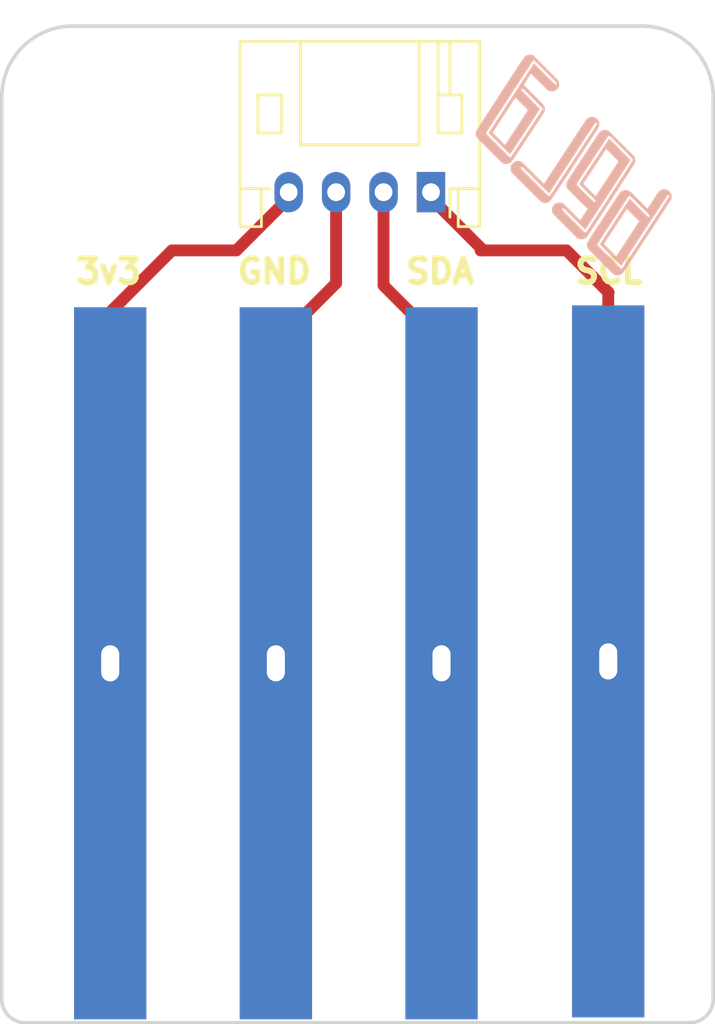
<source format=kicad_pcb>
(kicad_pcb (version 20171130) (host pcbnew "(5.0.0-3-g0214c9d)")

  (general
    (thickness 1.6)
    (drawings 12)
    (tracks 28)
    (zones 0)
    (modules 3)
    (nets 5)
  )

  (page A4)
  (layers
    (0 F.Cu signal)
    (31 B.Cu signal)
    (32 B.Adhes user hide)
    (33 F.Adhes user hide)
    (34 B.Paste user hide)
    (35 F.Paste user hide)
    (36 B.SilkS user)
    (37 F.SilkS user)
    (38 B.Mask user hide)
    (39 F.Mask user)
    (40 Dwgs.User user)
    (41 Cmts.User user)
    (42 Eco1.User user)
    (43 Eco2.User user hide)
    (44 Edge.Cuts user)
    (45 Margin user)
    (46 B.CrtYd user)
    (47 F.CrtYd user)
    (48 B.Fab user)
    (49 F.Fab user)
  )

  (setup
    (last_trace_width 0.25)
    (user_trace_width 0.5)
    (trace_clearance 0.2)
    (zone_clearance 0.508)
    (zone_45_only no)
    (trace_min 0.2)
    (segment_width 0.2)
    (edge_width 0.15)
    (via_size 0.6)
    (via_drill 0.4)
    (via_min_size 0.4)
    (via_min_drill 0.3)
    (uvia_size 0.3)
    (uvia_drill 0.1)
    (uvias_allowed no)
    (uvia_min_size 0.2)
    (uvia_min_drill 0.1)
    (pcb_text_width 0.3)
    (pcb_text_size 1.5 1.5)
    (mod_edge_width 0.15)
    (mod_text_size 1 1)
    (mod_text_width 0.15)
    (pad_size 3.048 30)
    (pad_drill 1.524)
    (pad_to_mask_clearance 0.2)
    (aux_axis_origin 0 0)
    (visible_elements FFFFFF1F)
    (pcbplotparams
      (layerselection 0x01030_80000001)
      (usegerberextensions false)
      (usegerberattributes false)
      (usegerberadvancedattributes false)
      (creategerberjobfile false)
      (excludeedgelayer true)
      (linewidth 0.100000)
      (plotframeref false)
      (viasonmask false)
      (mode 1)
      (useauxorigin false)
      (hpglpennumber 1)
      (hpglpenspeed 20)
      (hpglpendiameter 15.000000)
      (psnegative false)
      (psa4output false)
      (plotreference true)
      (plotvalue true)
      (plotinvisibletext false)
      (padsonsilk false)
      (subtractmaskfromsilk false)
      (outputformat 1)
      (mirror false)
      (drillshape 0)
      (scaleselection 1)
      (outputdirectory "gerbers/"))
  )

  (net 0 "")
  (net 1 "Net-(J1-Pad4)")
  (net 2 "Net-(J1-Pad3)")
  (net 3 "Net-(J1-Pad2)")
  (net 4 "Net-(J1-Pad1)")

  (net_class Default "This is the default net class."
    (clearance 0.2)
    (trace_width 0.25)
    (via_dia 0.6)
    (via_drill 0.4)
    (uvia_dia 0.3)
    (uvia_drill 0.1)
    (add_net "Net-(J1-Pad1)")
    (add_net "Net-(J1-Pad2)")
    (add_net "Net-(J1-Pad3)")
    (add_net "Net-(J1-Pad4)")
  )

  (module paper:paper2equal (layer B.Cu) (tedit 5C581CD3) (tstamp 5C50F3D6)
    (at 145.7325 70.612)
    (path /5C50F53B)
    (fp_text reference J2 (at 0 -0.5) (layer B.SilkS) hide
      (effects (font (size 1 1) (thickness 0.15)) (justify mirror))
    )
    (fp_text value Conn_01x04_Female (at 0 0.5) (layer B.Fab)
      (effects (font (size 1 1) (thickness 0.15)) (justify mirror))
    )
    (pad 3 thru_hole rect (at 3.81 15.24) (size 3.048 30) (drill oval 0.762 1.524) (layers *.Cu *.Mask)
      (net 3 "Net-(J1-Pad2)"))
    (pad 1 thru_hole rect (at -10.16 15.24) (size 3.048 30) (drill oval 0.762 1.524) (layers *.Cu *.Mask)
      (net 1 "Net-(J1-Pad4)"))
    (pad 2 thru_hole rect (at -3.175 15.24) (size 3.048 30) (drill oval 0.762 1.524) (layers *.Cu *.Mask)
      (net 2 "Net-(J1-Pad3)"))
    (pad 4 thru_hole rect (at 10.84 15.16) (size 3.048 30) (drill oval 0.762 1.524) (layers *.Cu *.Mask)
      (net 4 "Net-(J1-Pad1)"))
  )

  (module Connectors_JST:JST_PH_S4B-PH-K_04x2.00mm_Angled (layer F.Cu) (tedit 5C581CC6) (tstamp 5C50F3CE)
    (at 149.098 66 180)
    (descr "JST PH series connector, S4B-PH-K, side entry type, through hole, Datasheet: http://www.jst-mfg.com/product/pdf/eng/ePH.pdf")
    (tags "connector jst ph")
    (path /5C50F320)
    (fp_text reference J1 (at 1.5 -2.45 180) (layer F.SilkS) hide
      (effects (font (size 1 1) (thickness 0.15)))
    )
    (fp_text value Conn_01x04_Female (at 3 7.25 180) (layer F.Fab)
      (effects (font (size 1 1) (thickness 0.15)))
    )
    (fp_text user %R (at 3 2.5 180) (layer F.Fab)
      (effects (font (size 1 1) (thickness 0.15)))
    )
    (fp_line (start 0.5 1.35) (end 0 0.85) (layer F.Fab) (width 0.1))
    (fp_line (start -0.5 1.35) (end 0.5 1.35) (layer F.Fab) (width 0.1))
    (fp_line (start 0 0.85) (end -0.5 1.35) (layer F.Fab) (width 0.1))
    (fp_line (start -0.8 0.15) (end -0.8 -1.05) (layer F.SilkS) (width 0.12))
    (fp_line (start 7.25 0.25) (end -1.25 0.25) (layer F.Fab) (width 0.1))
    (fp_line (start 7.25 -1.35) (end 7.25 0.25) (layer F.Fab) (width 0.1))
    (fp_line (start 7.95 -1.35) (end 7.25 -1.35) (layer F.Fab) (width 0.1))
    (fp_line (start 7.95 6.25) (end 7.95 -1.35) (layer F.Fab) (width 0.1))
    (fp_line (start -1.95 6.25) (end 7.95 6.25) (layer F.Fab) (width 0.1))
    (fp_line (start -1.95 -1.35) (end -1.95 6.25) (layer F.Fab) (width 0.1))
    (fp_line (start -1.25 -1.35) (end -1.95 -1.35) (layer F.Fab) (width 0.1))
    (fp_line (start -1.25 0.25) (end -1.25 -1.35) (layer F.Fab) (width 0.1))
    (fp_line (start 8.45 -1.85) (end -2.45 -1.85) (layer F.CrtYd) (width 0.05))
    (fp_line (start 8.45 6.75) (end 8.45 -1.85) (layer F.CrtYd) (width 0.05))
    (fp_line (start -2.45 6.75) (end 8.45 6.75) (layer F.CrtYd) (width 0.05))
    (fp_line (start -2.45 -1.85) (end -2.45 6.75) (layer F.CrtYd) (width 0.05))
    (fp_line (start -0.8 4.1) (end -0.8 6.35) (layer F.SilkS) (width 0.12))
    (fp_line (start -0.3 4.1) (end -0.3 6.35) (layer F.SilkS) (width 0.12))
    (fp_line (start 6.3 2.5) (end 7.3 2.5) (layer F.SilkS) (width 0.12))
    (fp_line (start 6.3 4.1) (end 6.3 2.5) (layer F.SilkS) (width 0.12))
    (fp_line (start 7.3 4.1) (end 6.3 4.1) (layer F.SilkS) (width 0.12))
    (fp_line (start 7.3 2.5) (end 7.3 4.1) (layer F.SilkS) (width 0.12))
    (fp_line (start -0.3 2.5) (end -1.3 2.5) (layer F.SilkS) (width 0.12))
    (fp_line (start -0.3 4.1) (end -0.3 2.5) (layer F.SilkS) (width 0.12))
    (fp_line (start -1.3 4.1) (end -0.3 4.1) (layer F.SilkS) (width 0.12))
    (fp_line (start -1.3 2.5) (end -1.3 4.1) (layer F.SilkS) (width 0.12))
    (fp_line (start 8.05 0.15) (end 7.15 0.15) (layer F.SilkS) (width 0.12))
    (fp_line (start -2.05 0.15) (end -1.15 0.15) (layer F.SilkS) (width 0.12))
    (fp_line (start 7.15 0.15) (end 6.8 0.15) (layer F.SilkS) (width 0.12))
    (fp_line (start 7.15 -1.45) (end 7.15 0.15) (layer F.SilkS) (width 0.12))
    (fp_line (start 8.05 -1.45) (end 7.15 -1.45) (layer F.SilkS) (width 0.12))
    (fp_line (start 8.05 6.35) (end 8.05 -1.45) (layer F.SilkS) (width 0.12))
    (fp_line (start -2.05 6.35) (end 8.05 6.35) (layer F.SilkS) (width 0.12))
    (fp_line (start -2.05 -1.45) (end -2.05 6.35) (layer F.SilkS) (width 0.12))
    (fp_line (start -1.15 -1.45) (end -2.05 -1.45) (layer F.SilkS) (width 0.12))
    (fp_line (start -1.15 0.15) (end -1.15 -1.45) (layer F.SilkS) (width 0.12))
    (fp_line (start -0.8 0.15) (end -1.15 0.15) (layer F.SilkS) (width 0.12))
    (fp_line (start 5.5 2) (end 5.5 6.35) (layer F.SilkS) (width 0.12))
    (fp_line (start 0.5 2) (end 5.5 2) (layer F.SilkS) (width 0.12))
    (fp_line (start 0.5 6.35) (end 0.5 2) (layer F.SilkS) (width 0.12))
    (pad 4 thru_hole oval (at 6 0 180) (size 1.2 1.7) (drill 0.75) (layers *.Cu *.Mask)
      (net 1 "Net-(J1-Pad4)"))
    (pad 3 thru_hole oval (at 4 0 180) (size 1.2 1.7) (drill 0.75) (layers *.Cu *.Mask)
      (net 2 "Net-(J1-Pad3)"))
    (pad 2 thru_hole oval (at 2 0 180) (size 1.2 1.7) (drill 0.75) (layers *.Cu *.Mask)
      (net 3 "Net-(J1-Pad2)"))
    (pad 1 thru_hole rect (at 0 0 180) (size 1.2 1.7) (drill 0.75) (layers *.Cu *.Mask)
      (net 4 "Net-(J1-Pad1)"))
    (model ${KISYS3DMOD}/Connectors_JST.3dshapes/JST_PH_S4B-PH-K_04x2.00mm_Angled.wrl
      (at (xyz 0 0 0))
      (scale (xyz 1 1 1))
      (rotate (xyz 0 0 0))
    )
  )

  (module paper:Bela_logo (layer B.Cu) (tedit 0) (tstamp 5C581C35)
    (at 155.067 64.897 135)
    (fp_text reference G*** (at 0 0 135) (layer B.SilkS) hide
      (effects (font (size 1.524 1.524) (thickness 0.3)) (justify mirror))
    )
    (fp_text value LOGO (at 0.75 0 135) (layer B.SilkS) hide
      (effects (font (size 1.524 1.524) (thickness 0.3)) (justify mirror))
    )
    (fp_poly (pts (xy 4.509387 2.101396) (xy 4.540036 2.082716) (xy 4.572855 2.057078) (xy 4.595144 2.035933)
      (xy 4.637322 1.982523) (xy 4.664833 1.926068) (xy 4.678882 1.863906) (xy 4.680417 1.847375)
      (xy 4.680695 1.840287) (xy 4.680533 1.831758) (xy 4.679808 1.821186) (xy 4.678399 1.807965)
      (xy 4.676182 1.791493) (xy 4.673035 1.771164) (xy 4.668836 1.746375) (xy 4.663461 1.716522)
      (xy 4.656787 1.681) (xy 4.648693 1.639207) (xy 4.639056 1.590538) (xy 4.627753 1.534388)
      (xy 4.614661 1.470154) (xy 4.599658 1.397233) (xy 4.582621 1.315019) (xy 4.563427 1.222909)
      (xy 4.541955 1.120299) (xy 4.51808 1.006585) (xy 4.491681 0.881164) (xy 4.462635 0.74343)
      (xy 4.430819 0.59278) (xy 4.396111 0.42861) (xy 4.358388 0.250316) (xy 4.317527 0.057295)
      (xy 4.303554 -0.008695) (xy 4.255159 -0.23705) (xy 4.209959 -0.449922) (xy 4.167942 -0.647376)
      (xy 4.129092 -0.829476) (xy 4.093397 -0.996288) (xy 4.060841 -1.147876) (xy 4.031411 -1.284304)
      (xy 4.005093 -1.405637) (xy 3.981873 -1.51194) (xy 3.961736 -1.603277) (xy 3.944669 -1.679713)
      (xy 3.930658 -1.741312) (xy 3.919689 -1.788138) (xy 3.911747 -1.820258) (xy 3.906819 -1.837734)
      (xy 3.905692 -1.840631) (xy 3.873146 -1.889827) (xy 3.829487 -1.934396) (xy 3.795611 -1.959608)
      (xy 3.783166 -1.967603) (xy 3.771581 -1.97467) (xy 3.759846 -1.980865) (xy 3.746955 -1.986244)
      (xy 3.731897 -1.990863) (xy 3.713664 -1.994779) (xy 3.691248 -1.998048) (xy 3.66364 -2.000725)
      (xy 3.629831 -2.002867) (xy 3.588813 -2.00453) (xy 3.539576 -2.00577) (xy 3.481113 -2.006644)
      (xy 3.412415 -2.007207) (xy 3.332472 -2.007516) (xy 3.240277 -2.007626) (xy 3.13482 -2.007594)
      (xy 3.015093 -2.007477) (xy 2.937191 -2.00739) (xy 2.830497 -2.007197) (xy 2.727878 -2.006866)
      (xy 2.630507 -2.006408) (xy 2.539556 -2.005836) (xy 2.456196 -2.005161) (xy 2.381602 -2.004396)
      (xy 2.316944 -2.003552) (xy 2.263394 -2.002643) (xy 2.222126 -2.001679) (xy 2.194311 -2.000674)
      (xy 2.181122 -1.999638) (xy 2.180795 -1.999569) (xy 2.118455 -1.977022) (xy 2.063377 -1.941355)
      (xy 2.017066 -1.894243) (xy 1.981024 -1.837362) (xy 1.956757 -1.772385) (xy 1.950434 -1.74306)
      (xy 1.949276 -1.736021) (xy 1.948379 -1.728886) (xy 1.947883 -1.720904) (xy 1.947932 -1.711325)
      (xy 1.948666 -1.699398) (xy 1.950229 -1.684375) (xy 1.952761 -1.665504) (xy 1.956405 -1.642036)
      (xy 1.961303 -1.613221) (xy 1.966288 -1.585569) (xy 2.102972 -1.585569) (xy 2.103378 -1.587389)
      (xy 2.116574 -1.603919) (xy 2.125362 -1.610731) (xy 2.136118 -1.612312) (xy 2.162553 -1.613732)
      (xy 2.204471 -1.614988) (xy 2.261676 -1.616079) (xy 2.333973 -1.617001) (xy 2.421167 -1.617753)
      (xy 2.523061 -1.618332) (xy 2.639461 -1.618736) (xy 2.77017 -1.618963) (xy 2.838761 -1.619008)
      (xy 2.960471 -1.619035) (xy 3.067301 -1.619015) (xy 3.160244 -1.618928) (xy 3.240293 -1.618756)
      (xy 3.308444 -1.61848) (xy 3.365689 -1.61808) (xy 3.413023 -1.617537) (xy 3.451441 -1.616834)
      (xy 3.481935 -1.615951) (xy 3.5055 -1.614868) (xy 3.52313 -1.613567) (xy 3.535818 -1.612029)
      (xy 3.54456 -1.610236) (xy 3.550348 -1.608167) (xy 3.554177 -1.605804) (xy 3.55472 -1.605359)
      (xy 3.556935 -1.602018) (xy 3.559842 -1.594865) (xy 3.563564 -1.583336) (xy 3.568225 -1.566868)
      (xy 3.573948 -1.544897) (xy 3.580856 -1.516858) (xy 3.589072 -1.48219) (xy 3.598721 -1.440327)
      (xy 3.609925 -1.390706) (xy 3.622808 -1.332764) (xy 3.637494 -1.265937) (xy 3.654105 -1.189661)
      (xy 3.672765 -1.103373) (xy 3.693597 -1.006508) (xy 3.716725 -0.898504) (xy 3.742272 -0.778796)
      (xy 3.770362 -0.646822) (xy 3.801118 -0.502017) (xy 3.834663 -0.343817) (xy 3.871121 -0.171659)
      (xy 3.910614 0.01502) (xy 3.944537 0.175476) (xy 3.979343 0.340227) (xy 4.013272 0.500971)
      (xy 4.046178 0.65701) (xy 4.077915 0.807646) (xy 4.108335 0.952181) (xy 4.137294 1.089917)
      (xy 4.164646 1.220156) (xy 4.190243 1.342199) (xy 4.21394 1.45535) (xy 4.235591 1.558908)
      (xy 4.25505 1.652178) (xy 4.27217 1.73446) (xy 4.286805 1.805057) (xy 4.29881 1.86327)
      (xy 4.308038 1.908401) (xy 4.314343 1.939753) (xy 4.317578 1.956626) (xy 4.318 1.959429)
      (xy 4.312574 1.977632) (xy 4.302125 1.992313) (xy 4.299026 1.995117) (xy 4.295025 1.99757)
      (xy 4.289102 1.999695) (xy 4.280239 2.001515) (xy 4.267417 2.003055) (xy 4.249615 2.004338)
      (xy 4.225816 2.005388) (xy 4.195 2.006226) (xy 4.156147 2.006879) (xy 4.10824 2.007368)
      (xy 4.050258 2.007717) (xy 3.981183 2.00795) (xy 3.899995 2.00809) (xy 3.805676 2.00816)
      (xy 3.697206 2.008185) (xy 3.613328 2.008188) (xy 3.491068 2.008205) (xy 3.383716 2.008208)
      (xy 3.290306 2.008129) (xy 3.209871 2.007897) (xy 3.141444 2.007445) (xy 3.084059 2.006702)
      (xy 3.036748 2.005599) (xy 2.998546 2.004066) (xy 2.968486 2.002035) (xy 2.945601 1.999436)
      (xy 2.928924 1.996199) (xy 2.917488 1.992256) (xy 2.910328 1.987536) (xy 2.906477 1.981971)
      (xy 2.904967 1.975491) (xy 2.904832 1.968027) (xy 2.905105 1.95951) (xy 2.905125 1.957374)
      (xy 2.904851 1.948085) (xy 2.904695 1.939965) (xy 2.905655 1.932932) (xy 2.908728 1.926906)
      (xy 2.91491 1.921804) (xy 2.925201 1.917544) (xy 2.940596 1.914046) (xy 2.962094 1.911228)
      (xy 2.990693 1.909008) (xy 3.027388 1.907304) (xy 3.073179 1.906035) (xy 3.129061 1.905119)
      (xy 3.196034 1.904474) (xy 3.275094 1.90402) (xy 3.367238 1.903673) (xy 3.473465 1.903354)
      (xy 3.568884 1.903064) (xy 4.203717 1.901032) (xy 3.480933 -1.516062) (xy 2.847748 -1.516062)
      (xy 2.728291 -1.516015) (xy 2.623846 -1.515867) (xy 2.533548 -1.515602) (xy 2.456534 -1.515208)
      (xy 2.391941 -1.514672) (xy 2.338903 -1.513979) (xy 2.296559 -1.513116) (xy 2.264043 -1.51207)
      (xy 2.240493 -1.510827) (xy 2.225045 -1.509374) (xy 2.216835 -1.507696) (xy 2.214898 -1.50614)
      (xy 2.216508 -1.497333) (xy 2.221139 -1.473857) (xy 2.228611 -1.436595) (xy 2.238211 -1.389062)
      (xy 2.633529 -1.389062) (xy 3.378706 -1.389062) (xy 3.427871 -1.15689) (xy 3.437533 -1.111254)
      (xy 3.450101 -1.051879) (xy 3.465194 -0.980559) (xy 3.482434 -0.899087) (xy 3.501441 -0.809256)
      (xy 3.521836 -0.712858) (xy 3.543239 -0.611687) (xy 3.565272 -0.507537) (xy 3.587554 -0.402199)
      (xy 3.609707 -0.297467) (xy 3.610507 -0.293687) (xy 3.743976 0.337344) (xy 3.370667 0.339407)
      (xy 3.295161 0.3397) (xy 3.224544 0.339731) (xy 3.160397 0.33952) (xy 3.104298 0.33908)
      (xy 3.057826 0.338431) (xy 3.022561 0.337587) (xy 3.000081 0.336565) (xy 2.992001 0.335439)
      (xy 2.989721 0.327005) (xy 2.984487 0.304026) (xy 2.976511 0.267512) (xy 2.966004 0.218475)
      (xy 2.953177 0.157925) (xy 2.938244 0.086873) (xy 2.921415 0.006329) (xy 2.902902 -0.082694)
      (xy 2.882917 -0.179188) (xy 2.861672 -0.28214) (xy 2.839378 -0.39054) (xy 2.816247 -0.503377)
      (xy 2.814489 -0.511968) (xy 2.791279 -0.625369) (xy 2.768909 -0.734599) (xy 2.747592 -0.838629)
      (xy 2.727537 -0.93643) (xy 2.708958 -1.026971) (xy 2.692065 -1.109225) (xy 2.67707 -1.18216)
      (xy 2.664185 -1.244748) (xy 2.653621 -1.29596) (xy 2.645589 -1.334765) (xy 2.640302 -1.360134)
      (xy 2.63797 -1.371038) (xy 2.637931 -1.371203) (xy 2.633529 -1.389062) (xy 2.238211 -1.389062)
      (xy 2.238744 -1.386426) (xy 2.251359 -1.324233) (xy 2.266276 -1.250895) (xy 2.283314 -1.167294)
      (xy 2.302296 -1.074312) (xy 2.32304 -0.972828) (xy 2.345367 -0.863724) (xy 2.369098 -0.747881)
      (xy 2.394053 -0.626181) (xy 2.420051 -0.499503) (xy 2.443577 -0.384968) (xy 2.67192 0.726282)
      (xy 3.233664 0.73025) (xy 3.341664 0.731026) (xy 3.4349 0.73174) (xy 3.514482 0.732432)
      (xy 3.581522 0.733139) (xy 3.637129 0.733897) (xy 3.682415 0.734746) (xy 3.718491 0.735722)
      (xy 3.746466 0.736863) (xy 3.767452 0.738206) (xy 3.782559 0.73979) (xy 3.792898 0.741651)
      (xy 3.799579 0.743827) (xy 3.803714 0.746356) (xy 3.806412 0.749275) (xy 3.806673 0.749627)
      (xy 3.817076 0.775617) (xy 3.812977 0.801898) (xy 3.802062 0.817563) (xy 3.798738 0.820559)
      (xy 3.79445 0.823152) (xy 3.788099 0.825372) (xy 3.778587 0.827247) (xy 3.764817 0.828807)
      (xy 3.74569 0.83008) (xy 3.720109 0.831095) (xy 3.686975 0.831882) (xy 3.645191 0.83247)
      (xy 3.593659 0.832887) (xy 3.531281 0.833164) (xy 3.456959 0.833328) (xy 3.369595 0.833409)
      (xy 3.268092 0.833436) (xy 3.202259 0.833438) (xy 3.077425 0.833326) (xy 2.966579 0.832993)
      (xy 2.869968 0.832443) (xy 2.787838 0.831677) (xy 2.720433 0.830701) (xy 2.668001 0.829516)
      (xy 2.630787 0.828127) (xy 2.609036 0.826537) (xy 2.603247 0.825366) (xy 2.591408 0.812698)
      (xy 2.581671 0.791894) (xy 2.580441 0.787662) (xy 2.577981 0.776585) (xy 2.572521 0.750835)
      (xy 2.564241 0.711291) (xy 2.553323 0.658833) (xy 2.539948 0.594342) (xy 2.524299 0.518695)
      (xy 2.506556 0.432774) (xy 2.486901 0.337458) (xy 2.465516 0.233626) (xy 2.442582 0.122159)
      (xy 2.41828 0.003935) (xy 2.392792 -0.120166) (xy 2.366299 -0.249263) (xy 2.338983 -0.382478)
      (xy 2.333952 -0.407026) (xy 2.300023 -0.572752) (xy 2.26923 -0.723518) (xy 2.241462 -0.859903)
      (xy 2.216605 -0.982486) (xy 2.194547 -1.091847) (xy 2.175173 -1.188564) (xy 2.158371 -1.273215)
      (xy 2.144028 -1.346381) (xy 2.13203 -1.40864) (xy 2.122265 -1.460571) (xy 2.11462 -1.502753)
      (xy 2.108981 -1.535765) (xy 2.105235 -1.560185) (xy 2.10327 -1.576593) (xy 2.102972 -1.585569)
      (xy 1.966288 -1.585569) (xy 1.967597 -1.578308) (xy 1.975429 -1.536548) (xy 1.98494 -1.487191)
      (xy 1.996274 -1.429486) (xy 2.009571 -1.362684) (xy 2.024974 -1.286034) (xy 2.042624 -1.198786)
      (xy 2.062664 -1.10019) (xy 2.085236 -0.989497) (xy 2.110482 -0.865956) (xy 2.138543 -0.728817)
      (xy 2.169562 -0.57733) (xy 2.18984 -0.478323) (xy 2.227365 -0.295377) (xy 2.261863 -0.127758)
      (xy 2.293387 0.02478) (xy 2.321988 0.162486) (xy 2.347721 0.285604) (xy 2.370636 0.394383)
      (xy 2.390787 0.489068) (xy 2.408226 0.569906) (xy 2.423005 0.637144) (xy 2.435179 0.691029)
      (xy 2.444798 0.731807) (xy 2.451915 0.759725) (xy 2.456583 0.77503) (xy 2.457216 0.776573)
      (xy 2.490276 0.835075) (xy 2.531603 0.880916) (xy 2.56219 0.903835) (xy 2.57678 0.91335)
      (xy 2.589654 0.92164) (xy 2.601959 0.928797) (xy 2.614838 0.934912) (xy 2.629439 0.940075)
      (xy 2.646905 0.944378) (xy 2.668383 0.947911) (xy 2.695018 0.950766) (xy 2.727955 0.953033)
      (xy 2.76834 0.954804) (xy 2.817318 0.95617) (xy 2.876034 0.957221) (xy 2.945634 0.95805)
      (xy 3.027263 0.958745) (xy 3.122068 0.9594) (xy 3.231192 0.960104) (xy 3.273805 0.960385)
      (xy 3.876642 0.964407) (xy 3.934203 1.234282) (xy 3.947677 1.297561) (xy 3.960054 1.355893)
      (xy 3.970952 1.407465) (xy 3.97999 1.450464) (xy 3.986787 1.483078) (xy 3.990962 1.503495)
      (xy 3.992163 1.509886) (xy 3.984517 1.510912) (xy 3.962321 1.511946) (xy 3.926898 1.512969)
      (xy 3.879573 1.513958) (xy 3.821671 1.514894) (xy 3.754515 1.515757) (xy 3.679431 1.516524)
      (xy 3.597743 1.517176) (xy 3.510774 1.517693) (xy 3.482578 1.517823) (xy 2.972593 1.520032)
      (xy 2.92507 1.543365) (xy 2.867919 1.579313) (xy 2.822108 1.62415) (xy 2.787656 1.675883)
      (xy 2.764582 1.732522) (xy 2.752904 1.792076) (xy 2.752642 1.852553) (xy 2.763813 1.911964)
      (xy 2.786437 1.968315) (xy 2.820532 2.019618) (xy 2.866116 2.06388) (xy 2.919861 2.097485)
      (xy 2.972262 2.123282) (xy 4.464843 2.123282) (xy 4.509387 2.101396)) (layer B.SilkS) (width 0.01))
    (fp_poly (pts (xy 0.721186 2.124732) (xy 0.746706 2.119752) (xy 0.772178 2.111367) (xy 0.834119 2.080177)
      (xy 0.885948 2.037654) (xy 0.926467 1.985504) (xy 0.954475 1.925429) (xy 0.968776 1.859135)
      (xy 0.970408 1.829594) (xy 0.969843 1.81979) (xy 0.96795 1.804156) (xy 0.964618 1.78214)
      (xy 0.959735 1.753187) (xy 0.953192 1.716747) (xy 0.944877 1.672264) (xy 0.934679 1.619187)
      (xy 0.922487 1.556963) (xy 0.908192 1.485038) (xy 0.891681 1.40286) (xy 0.872843 1.309875)
      (xy 0.851569 1.205531) (xy 0.827747 1.089275) (xy 0.801266 0.960553) (xy 0.772016 0.818813)
      (xy 0.739885 0.663502) (xy 0.704763 0.494067) (xy 0.666539 0.309955) (xy 0.644189 0.202407)
      (xy 0.611927 0.047162) (xy 0.580536 -0.103985) (xy 0.550169 -0.250296) (xy 0.520978 -0.391033)
      (xy 0.493116 -0.525459) (xy 0.466735 -0.652836) (xy 0.441987 -0.772427) (xy 0.419026 -0.883493)
      (xy 0.398002 -0.985296) (xy 0.379069 -1.0771) (xy 0.362379 -1.158166) (xy 0.348085 -1.227757)
      (xy 0.336338 -1.285135) (xy 0.327292 -1.329562) (xy 0.321098 -1.3603) (xy 0.317909 -1.376612)
      (xy 0.317489 -1.37914) (xy 0.320469 -1.381007) (xy 0.329978 -1.38264) (xy 0.346877 -1.384052)
      (xy 0.372028 -1.385258) (xy 0.406291 -1.38627) (xy 0.450528 -1.387102) (xy 0.505599 -1.387767)
      (xy 0.572365 -1.388279) (xy 0.651688 -1.388651) (xy 0.744428 -1.388896) (xy 0.851446 -1.389028)
      (xy 0.954801 -1.389062) (xy 1.07505 -1.38907) (xy 1.180514 -1.389136) (xy 1.272286 -1.389322)
      (xy 1.351454 -1.389692) (xy 1.419111 -1.390309) (xy 1.476346 -1.391236) (xy 1.52425 -1.392535)
      (xy 1.563915 -1.39427) (xy 1.596431 -1.396504) (xy 1.622888 -1.399299) (xy 1.644378 -1.402719)
      (xy 1.661991 -1.406827) (xy 1.676818 -1.411685) (xy 1.689949 -1.417356) (xy 1.702476 -1.423904)
      (xy 1.715489 -1.431392) (xy 1.7185 -1.433156) (xy 1.761727 -1.465609) (xy 1.801671 -1.508728)
      (xy 1.833753 -1.557357) (xy 1.840226 -1.570234) (xy 1.850036 -1.592978) (xy 1.856265 -1.613791)
      (xy 1.859699 -1.637452) (xy 1.861122 -1.668741) (xy 1.861343 -1.698791) (xy 1.861003 -1.737402)
      (xy 1.85936 -1.765045) (xy 1.855477 -1.786626) (xy 1.848422 -1.807048) (xy 1.837257 -1.831216)
      (xy 1.835355 -1.835092) (xy 1.801874 -1.887926) (xy 1.757967 -1.934374) (xy 1.707503 -1.97076)
      (xy 1.67677 -1.985798) (xy 1.631156 -2.004218) (xy 0.758031 -2.005846) (xy 0.62115 -2.006091)
      (xy 0.499225 -2.006277) (xy 0.391339 -2.006391) (xy 0.296574 -2.006421) (xy 0.214011 -2.006354)
      (xy 0.142731 -2.006176) (xy 0.081817 -2.005876) (xy 0.030351 -2.00544) (xy -0.012586 -2.004855)
      (xy -0.047912 -2.004109) (xy -0.076545 -2.003189) (xy -0.099404 -2.002082) (xy -0.117406 -2.000775)
      (xy -0.131469 -1.999256) (xy -0.142513 -1.997511) (xy -0.151455 -1.995528) (xy -0.159213 -1.993293)
      (xy -0.160049 -1.993027) (xy -0.224356 -1.964634) (xy -0.278428 -1.924755) (xy -0.321208 -1.874748)
      (xy -0.351638 -1.815969) (xy -0.368661 -1.749776) (xy -0.371463 -1.721804) (xy -0.371686 -1.714337)
      (xy -0.371471 -1.705405) (xy -0.370696 -1.694403) (xy -0.369242 -1.680721) (xy -0.366988 -1.663753)
      (xy -0.363813 -1.642892) (xy -0.359596 -1.61753) (xy -0.354217 -1.58706) (xy -0.352068 -1.575384)
      (xy -0.220623 -1.575384) (xy -0.211681 -1.598703) (xy -0.198438 -1.60903) (xy -0.191925 -1.610711)
      (xy -0.178935 -1.612207) (xy -0.158699 -1.613529) (xy -0.130446 -1.614684) (xy -0.09341 -1.615682)
      (xy -0.046819 -1.616532) (xy 0.010093 -1.617244) (xy 0.078098 -1.617827) (xy 0.157963 -1.61829)
      (xy 0.250458 -1.618642) (xy 0.356352 -1.618893) (xy 0.476413 -1.619051) (xy 0.611412 -1.619126)
      (xy 0.643155 -1.619132) (xy 0.776557 -1.619132) (xy 0.894984 -1.619083) (xy 0.999332 -1.618971)
      (xy 1.090502 -1.618784) (xy 1.169393 -1.618508) (xy 1.236902 -1.61813) (xy 1.293929 -1.617637)
      (xy 1.341372 -1.617017) (xy 1.380131 -1.616255) (xy 1.411104 -1.61534) (xy 1.435189 -1.614257)
      (xy 1.453287 -1.612994) (xy 1.466295 -1.611537) (xy 1.475112 -1.609874) (xy 1.480637 -1.607991)
      (xy 1.482546 -1.606893) (xy 1.496838 -1.589038) (xy 1.500187 -1.567773) (xy 1.500553 -1.559424)
      (xy 1.501054 -1.552022) (xy 1.500794 -1.545509) (xy 1.498875 -1.539828) (xy 1.494401 -1.534924)
      (xy 1.486477 -1.53074) (xy 1.474204 -1.527219) (xy 1.456688 -1.524304) (xy 1.43303 -1.521938)
      (xy 1.402336 -1.520066) (xy 1.363708 -1.51863) (xy 1.31625 -1.517574) (xy 1.259065 -1.516842)
      (xy 1.191257 -1.516375) (xy 1.111929 -1.516119) (xy 1.020185 -1.516016) (xy 0.915129 -1.51601)
      (xy 0.795863 -1.516044) (xy 0.681523 -1.516062) (xy 0.551641 -1.516051) (xy 0.436728 -1.516008)
      (xy 0.335877 -1.515917) (xy 0.248179 -1.515762) (xy 0.17273 -1.515527) (xy 0.10862 -1.515196)
      (xy 0.054945 -1.514753) (xy 0.010797 -1.514182) (xy -0.024731 -1.513467) (xy -0.052546 -1.512592)
      (xy -0.073555 -1.511541) (xy -0.088664 -1.510299) (xy -0.098781 -1.508849) (xy -0.104811 -1.507176)
      (xy -0.107663 -1.505263) (xy -0.108243 -1.503094) (xy -0.108048 -1.502171) (xy -0.106066 -1.493192)
      (xy -0.101009 -1.469373) (xy -0.093025 -1.431422) (xy -0.082259 -1.380043) (xy -0.06886 -1.315942)
      (xy -0.052974 -1.239826) (xy -0.034748 -1.152401) (xy -0.014328 -1.054371) (xy 0.008138 -0.946442)
      (xy 0.032504 -0.829322) (xy 0.058622 -0.703715) (xy 0.086345 -0.570326) (xy 0.115528 -0.429863)
      (xy 0.146022 -0.283031) (xy 0.177681 -0.130535) (xy 0.210358 0.026919) (xy 0.243906 0.188624)
      (xy 0.254073 0.237641) (xy 0.612046 1.963564) (xy 0.596941 1.983891) (xy 0.580079 1.999216)
      (xy 0.56216 2.006599) (xy 0.557139 2.007526) (xy 0.55255 2.008639) (xy 0.548259 2.009353)
      (xy 0.544128 2.009081) (xy 0.540019 2.007238) (xy 0.535796 2.003239) (xy 0.531322 1.996498)
      (xy 0.526461 1.986429) (xy 0.521074 1.972446) (xy 0.515026 1.953965) (xy 0.50818 1.9304)
      (xy 0.500397 1.901164) (xy 0.491543 1.865673) (xy 0.481479 1.82334) (xy 0.470069 1.773581)
      (xy 0.457175 1.715809) (xy 0.442662 1.649439) (xy 0.426392 1.573886) (xy 0.408227 1.488563)
      (xy 0.388032 1.392885) (xy 0.36567 1.286267) (xy 0.341002 1.168124) (xy 0.313894 1.037868)
      (xy 0.284206 0.894915) (xy 0.251804 0.73868) (xy 0.216549 0.568576) (xy 0.178305 0.384018)
      (xy 0.143137 0.214341) (xy 0.108993 0.049475) (xy 0.075729 -0.111433) (xy 0.04349 -0.26768)
      (xy 0.012418 -0.418566) (xy -0.017344 -0.563386) (xy -0.045653 -0.701438) (xy -0.072367 -0.83202)
      (xy -0.097343 -0.95443) (xy -0.120437 -1.067965) (xy -0.141508 -1.171922) (xy -0.160413 -1.265598)
      (xy -0.177008 -1.348293) (xy -0.191151 -1.419302) (xy -0.202699 -1.477924) (xy -0.211509 -1.523455)
      (xy -0.217439 -1.555195) (xy -0.220346 -1.572439) (xy -0.220623 -1.575384) (xy -0.352068 -1.575384)
      (xy -0.347555 -1.550875) (xy -0.33949 -1.508368) (xy -0.3299 -1.458931) (xy -0.318666 -1.401958)
      (xy -0.305666 -1.33684) (xy -0.290779 -1.262971) (xy -0.273886 -1.179743) (xy -0.254865 -1.08655)
      (xy -0.233595 -0.982783) (xy -0.209957 -0.867836) (xy -0.183829 -0.741102) (xy -0.155091 -0.601973)
      (xy -0.123622 -0.449841) (xy -0.089301 -0.284101) (xy -0.052008 -0.104144) (xy -0.011622 0.090637)
      (xy -0.003917 0.127791) (xy 0.040623 0.342411) (xy 0.082071 0.541837) (xy 0.120506 0.726427)
      (xy 0.156003 0.896543) (xy 0.188639 1.052544) (xy 0.218492 1.194792) (xy 0.245638 1.323646)
      (xy 0.270153 1.439468) (xy 0.292116 1.542616) (xy 0.311602 1.633452) (xy 0.328689 1.712336)
      (xy 0.343454 1.779629) (xy 0.355973 1.83569) (xy 0.366323 1.880881) (xy 0.374581 1.915561)
      (xy 0.380824 1.940091) (xy 0.385129 1.954831) (xy 0.386605 1.958701) (xy 0.416542 2.007082)
      (xy 0.457929 2.051678) (xy 0.506353 2.088078) (xy 0.527843 2.099916) (xy 0.554135 2.111669)
      (xy 0.578391 2.119078) (xy 0.606264 2.123339) (xy 0.64341 2.125646) (xy 0.650875 2.125924)
      (xy 0.691112 2.126565) (xy 0.721186 2.124732)) (layer B.SilkS) (width 0.01))
    (fp_poly (pts (xy 0.026414 2.099863) (xy 0.071586 2.070603) (xy 0.113872 2.031598) (xy 0.149176 1.987283)
      (xy 0.173404 1.942095) (xy 0.174387 1.939533) (xy 0.179026 1.927519) (xy 0.183256 1.916648)
      (xy 0.186952 1.906165) (xy 0.189992 1.895317) (xy 0.192249 1.883349) (xy 0.193602 1.869508)
      (xy 0.193925 1.85304) (xy 0.193095 1.833191) (xy 0.190987 1.809207) (xy 0.187478 1.780333)
      (xy 0.182444 1.745817) (xy 0.17576 1.704904) (xy 0.167303 1.65684) (xy 0.156948 1.600872)
      (xy 0.144572 1.536245) (xy 0.130051 1.462205) (xy 0.11326 1.377999) (xy 0.094076 1.282872)
      (xy 0.072375 1.176071) (xy 0.048032 1.056842) (xy 0.020924 0.924431) (xy -0.009073 0.778083)
      (xy -0.042084 0.617045) (xy -0.047351 0.591344) (xy -0.08108 0.42685) (xy -0.111815 0.277216)
      (xy -0.139707 0.141744) (xy -0.164907 0.019733) (xy -0.187565 -0.089514) (xy -0.207832 -0.186699)
      (xy -0.225859 -0.27252) (xy -0.241797 -0.347677) (xy -0.255796 -0.412869) (xy -0.268008 -0.468797)
      (xy -0.278583 -0.516158) (xy -0.287671 -0.555653) (xy -0.295424 -0.587981) (xy -0.301993 -0.613843)
      (xy -0.307527 -0.633936) (xy -0.312179 -0.648961) (xy -0.316098 -0.659617) (xy -0.317873 -0.663614)
      (xy -0.350447 -0.714982) (xy -0.394809 -0.761087) (xy -0.446926 -0.798011) (xy -0.466582 -0.808195)
      (xy -0.511969 -0.829468) (xy -1.067594 -0.831896) (xy -1.176255 -0.832342) (xy -1.27023 -0.832648)
      (xy -1.350705 -0.832793) (xy -1.41887 -0.832756) (xy -1.475912 -0.832514) (xy -1.523019 -0.832048)
      (xy -1.561378 -0.831334) (xy -1.592179 -0.830353) (xy -1.616608 -0.829082) (xy -1.635853 -0.827501)
      (xy -1.651103 -0.825587) (xy -1.663545 -0.82332) (xy -1.673176 -0.820999) (xy -1.698975 -0.814618)
      (xy -1.717791 -0.810907) (xy -1.725347 -0.810633) (xy -1.727426 -0.818815) (xy -1.732356 -0.840774)
      (xy -1.739757 -0.874745) (xy -1.749252 -0.918965) (xy -1.76046 -0.971668) (xy -1.773003 -1.031089)
      (xy -1.785653 -1.091406) (xy -1.799181 -1.155889) (xy -1.811798 -1.215626) (xy -1.823111 -1.268793)
      (xy -1.83273 -1.313566) (xy -1.840262 -1.348121) (xy -1.845317 -1.370634) (xy -1.847441 -1.37914)
      (xy -1.845269 -1.381252) (xy -1.836414 -1.383063) (xy -1.819895 -1.384593) (xy -1.794737 -1.385863)
      (xy -1.759963 -1.386892) (xy -1.714593 -1.3877) (xy -1.657652 -1.388309) (xy -1.588161 -1.388738)
      (xy -1.505143 -1.389008) (xy -1.407621 -1.389138) (xy -1.364115 -1.389156) (xy -1.259121 -1.389199)
      (xy -1.168726 -1.389345) (xy -1.091652 -1.389685) (xy -1.026625 -1.390309) (xy -0.972368 -1.39131)
      (xy -0.927604 -1.392778) (xy -0.891057 -1.394804) (xy -0.861451 -1.397479) (xy -0.83751 -1.400894)
      (xy -0.817957 -1.40514) (xy -0.801516 -1.410309) (xy -0.78691 -1.416491) (xy -0.772864 -1.423777)
      (xy -0.758101 -1.432258) (xy -0.757859 -1.4324) (xy -0.703631 -1.472484) (xy -0.66152 -1.5207)
      (xy -0.631426 -1.575048) (xy -0.613245 -1.633527) (xy -0.606876 -1.694136) (xy -0.612217 -1.754875)
      (xy -0.629166 -1.813742) (xy -0.65762 -1.868737) (xy -0.697478 -1.917859) (xy -0.748637 -1.959107)
      (xy -0.78579 -1.979756) (xy -0.837407 -2.004218) (xy -1.55575 -2.005508) (xy -1.664645 -2.005625)
      (xy -1.768736 -2.005583) (xy -1.866901 -2.005393) (xy -1.958019 -2.005061) (xy -2.04097 -2.004597)
      (xy -2.114631 -2.00401) (xy -2.177882 -2.003309) (xy -2.2296 -2.002501) (xy -2.268665 -2.001597)
      (xy -2.293955 -2.000604) (xy -2.303892 -1.999672) (xy -2.365743 -1.977033) (xy -2.420902 -1.94145)
      (xy -2.467522 -1.895096) (xy -2.503758 -1.840146) (xy -2.527765 -1.77877) (xy -2.537031 -1.725167)
      (xy -2.5373 -1.718285) (xy -2.537073 -1.709671) (xy -2.536226 -1.698727) (xy -2.534638 -1.68485)
      (xy -2.532187 -1.667442) (xy -2.528751 -1.6459) (xy -2.524207 -1.619626) (xy -2.518434 -1.588018)
      (xy -2.515015 -1.570001) (xy -2.388877 -1.570001) (xy -2.383881 -1.582188) (xy -2.371284 -1.598152)
      (xy -2.369705 -1.599767) (xy -2.350222 -1.61925) (xy -1.680213 -1.61925) (xy -1.561652 -1.619244)
      (xy -1.457938 -1.619212) (xy -1.368041 -1.619128) (xy -1.290931 -1.618968) (xy -1.225581 -1.618708)
      (xy -1.170961 -1.618323) (xy -1.126042 -1.617788) (xy -1.089795 -1.61708) (xy -1.061191 -1.616173)
      (xy -1.039201 -1.615042) (xy -1.022797 -1.613665) (xy -1.010949 -1.612015) (xy -1.002628 -1.610069)
      (xy -0.996805 -1.607802) (xy -0.992452 -1.60519) (xy -0.98929 -1.602798) (xy -0.972011 -1.581191)
      (xy -0.970136 -1.55638) (xy -0.980732 -1.533703) (xy -0.993088 -1.516062) (xy -1.631607 -1.516062)
      (xy -1.751598 -1.516016) (xy -1.856575 -1.515868) (xy -1.947398 -1.515606) (xy -2.024927 -1.515216)
      (xy -2.090021 -1.514685) (xy -2.143543 -1.513999) (xy -2.18635 -1.513144) (xy -2.219304 -1.512109)
      (xy -2.243266 -1.510878) (xy -2.259094 -1.509439) (xy -2.26765 -1.507779) (xy -2.269848 -1.50614)
      (xy -2.2682 -1.49754) (xy -2.26341 -1.474118) (xy -2.255627 -1.436583) (xy -2.245 -1.385643)
      (xy -2.231678 -1.322006) (xy -2.215811 -1.246381) (xy -2.197547 -1.159477) (xy -2.177037 -1.062001)
      (xy -2.154428 -0.954662) (xy -2.129871 -0.838168) (xy -2.103515 -0.713228) (xy -2.075508 -0.58055)
      (xy -2.046 -0.440842) (xy -2.015141 -0.294813) (xy -1.996862 -0.208359) (xy -1.59588 -0.208359)
      (xy -1.588109 -0.209556) (xy -1.566011 -0.210673) (xy -1.531134 -0.211685) (xy -1.485025 -0.212568)
      (xy -1.429232 -0.213296) (xy -1.365304 -0.213846) (xy -1.294787 -0.214193) (xy -1.220093 -0.214312)
      (xy -0.844747 -0.214312) (xy -0.670963 0.633016) (xy -0.647625 0.746813) (xy -0.625147 0.856441)
      (xy -0.603736 0.960876) (xy -0.583605 1.059092) (xy -0.564962 1.150063) (xy -0.548017 1.232764)
      (xy -0.532982 1.30617) (xy -0.520066 1.369256) (xy -0.509478 1.420995) (xy -0.50143 1.460362)
      (xy -0.49613 1.486332) (xy -0.49379 1.49788) (xy -0.493727 1.498204) (xy -0.490275 1.516063)
      (xy -0.862278 1.516032) (xy -1.234282 1.516001) (xy -1.415301 0.656797) (xy -1.439357 0.542545)
      (xy -1.462469 0.43264) (xy -1.484428 0.328079) (xy -1.505025 0.22986) (xy -1.524053 0.138982)
      (xy -1.541304 0.056441) (xy -1.556569 -0.016764) (xy -1.56964 -0.079637) (xy -1.580309 -0.131179)
      (xy -1.588367 -0.170392) (xy -1.593607 -0.196279) (xy -1.595819 -0.207842) (xy -1.59588 -0.208359)
      (xy -1.996862 -0.208359) (xy -1.983079 -0.143171) (xy -1.949963 0.013375) (xy -1.915944 0.174118)
      (xy -1.909955 0.202407) (xy -1.55034 1.901032) (xy -0.915503 1.903063) (xy -0.280665 1.905094)
      (xy -0.317686 1.724469) (xy -0.324119 1.693084) (xy -0.333495 1.64735) (xy -0.345567 1.588471)
      (xy -0.360087 1.517648) (xy -0.376811 1.436084) (xy -0.39549 1.344983) (xy -0.415878 1.245546)
      (xy -0.437729 1.138977) (xy -0.460797 1.026478) (xy -0.484833 0.909252) (xy -0.509593 0.788502)
      (xy -0.534829 0.66543) (xy -0.547986 0.601266) (xy -0.741266 -0.341312) (xy -1.227883 -0.341312)
      (xy -1.327859 -0.341324) (xy -1.41317 -0.341387) (xy -1.485023 -0.341537) (xy -1.54463 -0.341814)
      (xy -1.593198 -0.342255) (xy -1.631937 -0.342899) (xy -1.662056 -0.343785) (xy -1.684765 -0.344949)
      (xy -1.701272 -0.346431) (xy -1.712786 -0.348268) (xy -1.720518 -0.350499) (xy -1.725676 -0.353162)
      (xy -1.729469 -0.356296) (xy -1.730375 -0.357187) (xy -1.742384 -0.376097) (xy -1.74625 -0.392906)
      (xy -1.74073 -0.413437) (xy -1.730375 -0.428625) (xy -1.726839 -0.431801) (xy -1.722279 -0.434523)
      (xy -1.715522 -0.436825) (xy -1.705394 -0.438743) (xy -1.690722 -0.440312) (xy -1.670333 -0.441566)
      (xy -1.643054 -0.442541) (xy -1.607712 -0.443272) (xy -1.563133 -0.443795) (xy -1.508144 -0.444143)
      (xy -1.441572 -0.444353) (xy -1.362244 -0.444458) (xy -1.268985 -0.444496) (xy -1.199442 -0.4445)
      (xy -1.095976 -0.444477) (xy -1.007216 -0.444389) (xy -0.931996 -0.444205) (xy -0.869146 -0.443894)
      (xy -0.8175 -0.443426) (xy -0.77589 -0.44277) (xy -0.743147 -0.441897) (xy -0.718104 -0.440774)
      (xy -0.699592 -0.439373) (xy -0.686444 -0.437662) (xy -0.677492 -0.435611) (xy -0.671568 -0.433189)
      (xy -0.667791 -0.430609) (xy -0.665197 -0.427081) (xy -0.662046 -0.419989) (xy -0.658186 -0.408632)
      (xy -0.653466 -0.392307) (xy -0.647733 -0.370313) (xy -0.640835 -0.341948) (xy -0.63262 -0.306508)
      (xy -0.622937 -0.263293) (xy -0.611633 -0.211601) (xy -0.598556 -0.150728) (xy -0.583556 -0.079974)
      (xy -0.566479 0.001365) (xy -0.547173 0.093989) (xy -0.525488 0.198601) (xy -0.50127 0.315904)
      (xy -0.474368 0.446598) (xy -0.44463 0.591387) (xy -0.411904 0.750972) (xy -0.408942 0.765422)
      (xy -0.381388 0.899972) (xy -0.354718 1.03039) (xy -0.329105 1.155817) (xy -0.304724 1.275396)
      (xy -0.281747 1.388268) (xy -0.260349 1.493576) (xy -0.240703 1.590461) (xy -0.222983 1.678066)
      (xy -0.207363 1.755532) (xy -0.194017 1.822002) (xy -0.183117 1.876618) (xy -0.174838 1.918521)
      (xy -0.169354 1.946853) (xy -0.166838 1.960758) (xy -0.166688 1.962) (xy -0.172027 1.978116)
      (xy -0.182563 1.992313) (xy -0.185591 1.995056) (xy -0.189503 1.997464) (xy -0.195291 1.999558)
      (xy -0.203952 2.00136) (xy -0.21648 2.002892) (xy -0.233869 2.004176) (xy -0.257114 2.005233)
      (xy -0.28721 2.006087) (xy -0.325151 2.006758) (xy -0.371932 2.007268) (xy -0.428548 2.00764)
      (xy -0.495993 2.007895) (xy -0.575262 2.008056) (xy -0.667349 2.008144) (xy -0.77325 2.00818)
      (xy -0.893959 2.008188) (xy -0.903358 2.008188) (xy -1.028613 2.008152) (xy -1.138897 2.008037)
      (xy -1.235115 2.007827) (xy -1.318173 2.007511) (xy -1.388974 2.007074) (xy -1.448424 2.006502)
      (xy -1.497428 2.005783) (xy -1.536889 2.004903) (xy -1.567713 2.003848) (xy -1.590804 2.002605)
      (xy -1.607067 2.00116) (xy -1.617407 1.9995) (xy -1.622728 1.997611) (xy -1.622974 1.997443)
      (xy -1.625163 1.993768) (xy -1.628342 1.984926) (xy -1.632625 1.970388) (xy -1.638127 1.949626)
      (xy -1.644965 1.922111) (xy -1.653255 1.887315) (xy -1.663111 1.844708) (xy -1.674649 1.793763)
      (xy -1.687986 1.73395) (xy -1.703236 1.664741) (xy -1.720515 1.585606) (xy -1.739939 1.496019)
      (xy -1.761623 1.395449) (xy -1.785684 1.283368) (xy -1.812236 1.159248) (xy -1.841396 1.02256)
      (xy -1.873278 0.872775) (xy -1.907999 0.709364) (xy -1.945674 0.5318) (xy -1.986419 0.339552)
      (xy -2.013117 0.21349) (xy -2.048033 0.048545) (xy -2.082075 -0.112341) (xy -2.115095 -0.268474)
      (xy -2.146948 -0.419163) (xy -2.177488 -0.563714) (xy -2.206569 -0.701432) (xy -2.234044 -0.831626)
      (xy -2.259768 -0.953601) (xy -2.283595 -1.066665) (xy -2.305378 -1.170124) (xy -2.324972 -1.263285)
      (xy -2.34223 -1.345455) (xy -2.357006 -1.41594) (xy -2.369155 -1.474048) (xy -2.378529 -1.519084)
      (xy -2.384984 -1.550356) (xy -2.388373 -1.56717) (xy -2.388877 -1.570001) (xy -2.515015 -1.570001)
      (xy -2.51131 -1.550477) (xy -2.502713 -1.506401) (xy -2.49252 -1.455191) (xy -2.48061 -1.396246)
      (xy -2.46686 -1.328965) (xy -2.451149 -1.252749) (xy -2.433355 -1.166997) (xy -2.413355 -1.071108)
      (xy -2.391027 -0.964482) (xy -2.366249 -0.846519) (xy -2.3389 -0.716618) (xy -2.308858 -0.57418)
      (xy -2.275999 -0.418602) (xy -2.240203 -0.249286) (xy -2.201347 -0.065631) (xy -2.160187 0.128818)
      (xy -2.117381 0.330931) (xy -2.077715 0.518063) (xy -2.041065 0.69077) (xy -2.00731 0.849606)
      (xy -1.97633 0.995127) (xy -1.948002 1.127889) (xy -1.922204 1.248448) (xy -1.898816 1.357357)
      (xy -1.877716 1.455174) (xy -1.858781 1.542454) (xy -1.841891 1.619751) (xy -1.826925 1.687622)
      (xy -1.813759 1.746622) (xy -1.802274 1.797307) (xy -1.792347 1.840231) (xy -1.783856 1.875951)
      (xy -1.776681 1.905021) (xy -1.770699 1.927998) (xy -1.76579 1.945436) (xy -1.761831 1.957892)
      (xy -1.758701 1.96592) (xy -1.757721 1.967893) (xy -1.724323 2.016342) (xy -1.68095 2.06025)
      (xy -1.632723 2.094662) (xy -1.619554 2.101672) (xy -1.575594 2.123282) (xy -0.019844 2.123282)
      (xy 0.026414 2.099863)) (layer B.SilkS) (width 0.01))
    (fp_poly (pts (xy -3.606887 2.122884) (xy -3.577794 2.121203) (xy -3.555442 2.117505) (xy -3.535267 2.111058)
      (xy -3.514441 2.101944) (xy -3.464035 2.070746) (xy -3.41804 2.027994) (xy -3.380785 1.978009)
      (xy -3.369386 1.957135) (xy -3.356722 1.927881) (xy -3.349057 1.899727) (xy -3.34491 1.86607)
      (xy -3.343561 1.842142) (xy -3.343137 1.825713) (xy -3.343447 1.808751) (xy -3.344745 1.78978)
      (xy -3.347286 1.767325) (xy -3.351325 1.739911) (xy -3.357117 1.706062) (xy -3.364915 1.664302)
      (xy -3.374976 1.613156) (xy -3.387553 1.551149) (xy -3.402901 1.476805) (xy -3.421276 1.388648)
      (xy -3.424508 1.373188) (xy -3.440696 1.295675) (xy -3.455856 1.222871) (xy -3.469684 1.156253)
      (xy -3.481874 1.097297) (xy -3.492123 1.047481) (xy -3.500127 1.00828) (xy -3.50558 0.981172)
      (xy -3.508179 0.967633) (xy -3.508359 0.966391) (xy -3.500648 0.965348) (xy -3.478403 0.964363)
      (xy -3.442964 0.963453) (xy -3.395672 0.962632) (xy -3.337869 0.961918) (xy -3.270894 0.961326)
      (xy -3.196089 0.960872) (xy -3.114794 0.960572) (xy -3.02835 0.960442) (xy -3.009771 0.960438)
      (xy -2.901663 0.960394) (xy -2.808178 0.960214) (xy -2.728062 0.959824) (xy -2.660062 0.959149)
      (xy -2.602927 0.958116) (xy -2.555404 0.956651) (xy -2.51624 0.95468) (xy -2.484181 0.952129)
      (xy -2.457977 0.948925) (xy -2.436373 0.944994) (xy -2.418117 0.940261) (xy -2.401957 0.934653)
      (xy -2.38664 0.928096) (xy -2.376104 0.923076) (xy -2.325804 0.890418) (xy -2.282329 0.846499)
      (xy -2.247369 0.794417) (xy -2.222614 0.73727) (xy -2.209755 0.678157) (xy -2.210481 0.620176)
      (xy -2.210562 0.61962) (xy -2.212748 0.607823) (xy -2.217968 0.581355) (xy -2.226044 0.541092)
      (xy -2.236795 0.487908) (xy -2.250044 0.422678) (xy -2.265611 0.346279) (xy -2.283316 0.259586)
      (xy -2.302983 0.163473) (xy -2.32443 0.058816) (xy -2.347479 -0.05351) (xy -2.371952 -0.172629)
      (xy -2.397669 -0.297665) (xy -2.42445 -0.427745) (xy -2.452118 -0.561992) (xy -2.461446 -0.607218)
      (xy -2.497021 -0.779486) (xy -2.529577 -0.936695) (xy -2.559221 -1.079349) (xy -2.586062 -1.207951)
      (xy -2.610209 -1.323007) (xy -2.63177 -1.425019) (xy -2.650854 -1.514494) (xy -2.667569 -1.591933)
      (xy -2.682024 -1.657843) (xy -2.694328 -1.712727) (xy -2.704589 -1.757089) (xy -2.712915 -1.791433)
      (xy -2.719416 -1.816264) (xy -2.7242 -1.832086) (xy -2.726449 -1.837795) (xy -2.756574 -1.884628)
      (xy -2.798491 -1.928356) (xy -2.848134 -1.96507) (xy -2.873118 -1.97886) (xy -2.924623 -2.004218)
      (xy -3.67489 -2.005592) (xy -3.806473 -2.005793) (xy -3.92305 -2.005878) (xy -4.025491 -2.005837)
      (xy -4.114662 -2.00566) (xy -4.191434 -2.005337) (xy -4.256674 -2.004859) (xy -4.311252 -2.004215)
      (xy -4.356037 -2.003395) (xy -4.391896 -2.00239) (xy -4.419699 -2.001189) (xy -4.440314 -1.999782)
      (xy -4.45461 -1.99816) (xy -4.462654 -1.996545) (xy -4.522351 -1.972056) (xy -4.576871 -1.934301)
      (xy -4.623306 -1.885724) (xy -4.656396 -1.833562) (xy -4.66807 -1.807253) (xy -4.675342 -1.781311)
      (xy -4.679483 -1.749871) (xy -4.681326 -1.718468) (xy -4.681571 -1.710187) (xy -4.68154 -1.701298)
      (xy -4.681111 -1.691185) (xy -4.680162 -1.679232) (xy -4.678571 -1.664823) (xy -4.676215 -1.64734)
      (xy -4.672973 -1.626169) (xy -4.668723 -1.600692) (xy -4.663546 -1.571442) (xy -4.530663 -1.571442)
      (xy -4.52454 -1.594791) (xy -4.509145 -1.608699) (xy -4.5085 -1.609028) (xy -4.501603 -1.610852)
      (xy -4.48805 -1.612458) (xy -4.467008 -1.613858) (xy -4.437647 -1.615063) (xy -4.399134 -1.616087)
      (xy -4.350635 -1.61694) (xy -4.29132 -1.617633) (xy -4.220356 -1.61818) (xy -4.13691 -1.618591)
      (xy -4.04015 -1.618879) (xy -3.929244 -1.619055) (xy -3.803359 -1.61913) (xy -3.79302 -1.619132)
      (xy -3.671834 -1.619141) (xy -3.565521 -1.619108) (xy -3.473078 -1.619015) (xy -3.393504 -1.618841)
      (xy -3.325795 -1.618566) (xy -3.268951 -1.618169) (xy -3.221968 -1.617631) (xy -3.183844 -1.616931)
      (xy -3.153577 -1.616048) (xy -3.130166 -1.614964) (xy -3.112606 -1.613656) (xy -3.099898 -1.612106)
      (xy -3.091037 -1.610293) (xy -3.085023 -1.608197) (xy -3.080852 -1.605797) (xy -3.079454 -1.604731)
      (xy -3.076796 -1.601625) (xy -3.073791 -1.595938) (xy -3.070281 -1.586949) (xy -3.06611 -1.573936)
      (xy -3.061117 -1.556178) (xy -3.055145 -1.532954) (xy -3.048036 -1.503544) (xy -3.039631 -1.467224)
      (xy -3.029773 -1.423275) (xy -3.018304 -1.370976) (xy -3.005064 -1.309605) (xy -2.989896 -1.23844)
      (xy -2.972642 -1.156762) (xy -2.953143 -1.063848) (xy -2.931242 -0.958978) (xy -2.90678 -0.84143)
      (xy -2.879598 -0.710483) (xy -2.84954 -0.565416) (xy -2.816993 -0.408152) (xy -2.789183 -0.273641)
      (xy -2.762261 -0.143268) (xy -2.736401 -0.017888) (xy -2.711779 0.10164) (xy -2.688572 0.21446)
      (xy -2.666953 0.319714) (xy -2.647099 0.416546) (xy -2.629185 0.504099) (xy -2.613387 0.581516)
      (xy -2.59988 0.647939) (xy -2.58884 0.702511) (xy -2.580441 0.744377) (xy -2.574861 0.772677)
      (xy -2.572273 0.786557) (xy -2.572106 0.787797) (xy -2.577147 0.803446) (xy -2.587625 0.817563)
      (xy -2.590947 0.820557) (xy -2.595232 0.823149) (xy -2.601579 0.825368) (xy -2.611084 0.827242)
      (xy -2.624844 0.828802) (xy -2.643957 0.830075) (xy -2.66952 0.831091) (xy -2.702629 0.831878)
      (xy -2.744382 0.832467) (xy -2.795876 0.832885) (xy -2.858208 0.833162) (xy -2.932474 0.833327)
      (xy -3.019773 0.833408) (xy -3.121202 0.833436) (xy -3.188266 0.833438) (xy -3.299231 0.833415)
      (xy -3.395402 0.833329) (xy -3.47786 0.833158) (xy -3.547685 0.832877) (xy -3.605959 0.832463)
      (xy -3.653762 0.831893) (xy -3.692176 0.831141) (xy -3.722281 0.830185) (xy -3.745158 0.829001)
      (xy -3.761888 0.827566) (xy -3.773552 0.825855) (xy -3.78123 0.823844) (xy -3.786005 0.821511)
      (xy -3.787547 0.820302) (xy -3.799135 0.800345) (xy -3.801168 0.774826) (xy -3.793513 0.750956)
      (xy -3.788927 0.744766) (xy -3.785733 0.741926) (xy -3.780912 0.739483) (xy -3.773331 0.737405)
      (xy -3.761858 0.735664) (xy -3.74536 0.734229) (xy -3.722704 0.733073) (xy -3.692757 0.732163)
      (xy -3.654386 0.731473) (xy -3.606459 0.73097) (xy -3.547844 0.730627) (xy -3.477406 0.730413)
      (xy -3.394014 0.730299) (xy -3.296534 0.730255) (xy -3.233302 0.73025) (xy -3.124519 0.730142)
      (xy -3.026283 0.729824) (xy -2.939274 0.729304) (xy -2.86417 0.728594) (xy -2.801651 0.727701)
      (xy -2.752397 0.726635) (xy -2.717085 0.725407) (xy -2.696395 0.724024) (xy -2.690813 0.722745)
      (xy -2.692383 0.714382) (xy -2.696948 0.691541) (xy -2.704287 0.655288) (xy -2.714181 0.60669)
      (xy -2.726409 0.546816) (xy -2.740752 0.476731) (xy -2.75699 0.397504) (xy -2.774903 0.310202)
      (xy -2.79427 0.215892) (xy -2.814872 0.115642) (xy -2.83649 0.010518) (xy -2.858903 -0.098413)
      (xy -2.881891 -0.210082) (xy -2.905234 -0.323422) (xy -2.928713 -0.437367) (xy -2.952107 -0.550849)
      (xy -2.975197 -0.6628) (xy -2.997762 -0.772154) (xy -3.019584 -0.877843) (xy -3.040441 -0.9788)
      (xy -3.060114 -1.073957) (xy -3.078383 -1.162248) (xy -3.095029 -1.242605) (xy -3.10983 -1.31396)
      (xy -3.122568 -1.375247) (xy -3.133022 -1.425398) (xy -3.140972 -1.463346) (xy -3.1462 -1.488024)
      (xy -3.148442 -1.498203) (xy -3.152909 -1.516062) (xy -4.422909 -1.516062) (xy -4.418516 -1.498203)
      (xy -4.414829 -1.481969) (xy -4.408219 -1.451448) (xy -4.39886 -1.407496) (xy -4.39497 -1.389062)
      (xy -3.998181 -1.389062) (xy -3.255959 -1.389062) (xy -3.24725 -1.351359) (xy -3.244471 -1.33849)
      (xy -3.238719 -1.311157) (xy -3.23022 -1.270441) (xy -3.219198 -1.217429) (xy -3.205876 -1.153205)
      (xy -3.19048 -1.078852) (xy -3.173234 -0.995456) (xy -3.154363 -0.9041) (xy -3.13409 -0.805869)
      (xy -3.11264 -0.701848) (xy -3.090237 -0.593119) (xy -3.071894 -0.504031) (xy -3.049 -0.392824)
      (xy -3.026956 -0.285796) (xy -3.00598 -0.183995) (xy -2.986288 -0.088473) (xy -2.968098 -0.00028)
      (xy -2.951626 0.079534) (xy -2.937089 0.149919) (xy -2.924703 0.209825) (xy -2.914686 0.258202)
      (xy -2.907254 0.293998) (xy -2.902625 0.316165) (xy -2.901067 0.323454) (xy -2.896886 0.341313)
      (xy -3.268115 0.341298) (xy -3.639344 0.341282) (xy -3.785414 -0.363155) (xy -3.807737 -0.47081)
      (xy -3.82978 -0.57711) (xy -3.851241 -0.680605) (xy -3.87182 -0.779843) (xy -3.891216 -0.873374)
      (xy -3.909128 -0.959745) (xy -3.925254 -1.037506) (xy -3.939295 -1.105205) (xy -3.950948 -1.16139)
      (xy -3.959913 -1.204611) (xy -3.964833 -1.228328) (xy -3.998181 -1.389062) (xy -4.39497 -1.389062)
      (xy -4.386932 -1.350974) (xy -4.37261 -1.282739) (xy -4.356071 -1.203652) (xy -4.337493 -1.11457)
      (xy -4.317052 -1.016352) (xy -4.294926 -0.909858) (xy -4.271291 -0.795946) (xy -4.246324 -0.675475)
      (xy -4.220203 -0.549303) (xy -4.193103 -0.41829) (xy -4.165203 -0.283295) (xy -4.136679 -0.145176)
      (xy -4.107707 -0.004792) (xy -4.078466 0.136998) (xy -4.049132 0.279335) (xy -4.019881 0.421361)
      (xy -3.990892 0.562216) (xy -3.96234 0.701042) (xy -3.934403 0.83698) (xy -3.907257 0.969171)
      (xy -3.881081 1.096756) (xy -3.85605 1.218876) (xy -3.832341 1.334673) (xy -3.810132 1.443288)
      (xy -3.789599 1.543862) (xy -3.77092 1.635536) (xy -3.754271 1.717451) (xy -3.73983 1.788749)
      (xy -3.727772 1.84857) (xy -3.718276 1.896056) (xy -3.711519 1.930347) (xy -3.707676 1.950586)
      (xy -3.706813 1.956005) (xy -3.713052 1.982827) (xy -3.729199 2.000482) (xy -3.751403 2.007091)
      (xy -3.775809 2.00077) (xy -3.785208 1.994297) (xy -3.787403 1.99117) (xy -3.790185 1.984645)
      (xy -3.793678 1.97415) (xy -3.798005 1.959111) (xy -3.803291 1.938954) (xy -3.809657 1.913106)
      (xy -3.817228 1.880995) (xy -3.826126 1.842046) (xy -3.836476 1.795687) (xy -3.848401 1.741343)
      (xy -3.862023 1.678442) (xy -3.877467 1.60641) (xy -3.894856 1.524674) (xy -3.914313 1.43266)
      (xy -3.935962 1.329796) (xy -3.959925 1.215508) (xy -3.986327 1.089221) (xy -4.015291 0.950365)
      (xy -4.04694 0.798363) (xy -4.081397 0.632644) (xy -4.118787 0.452635) (xy -4.159231 0.257761)
      (xy -4.167422 0.218282) (xy -4.201562 0.053548) (xy -4.234819 -0.107259) (xy -4.26705 -0.263435)
      (xy -4.298112 -0.414272) (xy -4.327863 -0.559068) (xy -4.356158 -0.697115) (xy -4.382854 -0.827709)
      (xy -4.407809 -0.950144) (xy -4.43088 -1.063716) (xy -4.451922 -1.167718) (xy -4.470794 -1.261446)
      (xy -4.487351 -1.344193) (xy -4.501451 -1.415256) (xy -4.512951 -1.473928) (xy -4.521707 -1.519504)
      (xy -4.527576 -1.551279) (xy -4.530416 -1.568547) (xy -4.530663 -1.571442) (xy -4.663546 -1.571442)
      (xy -4.663342 -1.570292) (xy -4.656708 -1.534355) (xy -4.6487 -1.492262) (xy -4.639195 -1.443399)
      (xy -4.628071 -1.387147) (xy -4.615206 -1.322892) (xy -4.600479 -1.250017) (xy -4.583765 -1.167905)
      (xy -4.564945 -1.075939) (xy -4.543896 -0.973505) (xy -4.520494 -0.859984) (xy -4.49462 -0.734762)
      (xy -4.46615 -0.59722) (xy -4.434962 -0.446744) (xy -4.400935 -0.282716) (xy -4.363945 -0.104521)
      (xy -4.323872 0.088459) (xy -4.314219 0.134938) (xy -4.268299 0.355868) (xy -4.22549 0.561466)
      (xy -4.185746 0.751958) (xy -4.149017 0.927571) (xy -4.115256 1.08853) (xy -4.084414 1.235061)
      (xy -4.056442 1.36739) (xy -4.031294 1.485742) (xy -4.008921 1.590344) (xy -3.989274 1.681421)
      (xy -3.972305 1.759199) (xy -3.957967 1.823904) (xy -3.94621 1.875762) (xy -3.936987 1.914998)
      (xy -3.93025 1.941839) (xy -3.925951 1.956511) (xy -3.925178 1.958466) (xy -3.899001 2.001488)
      (xy -3.861962 2.043273) (xy -3.818714 2.079219) (xy -3.780122 2.101944) (xy -3.757874 2.111609)
      (xy -3.737696 2.117842) (xy -3.715024 2.121376) (xy -3.685295 2.122945) (xy -3.647282 2.123282)
      (xy -3.606887 2.122884)) (layer B.SilkS) (width 0.01))
  )

  (gr_text SCL (at 156.591 69.342) (layer F.SilkS) (tstamp 5C50F766)
    (effects (font (size 1 1) (thickness 0.25)))
  )
  (gr_line (start 132 101) (end 160 101) (angle 90) (layer Edge.Cuts) (width 0.15))
  (gr_line (start 131 62) (end 131 100) (angle 90) (layer Edge.Cuts) (width 0.15))
  (gr_line (start 158 59) (end 134 59) (angle 90) (layer Edge.Cuts) (width 0.15))
  (gr_line (start 161 100) (end 161 62) (angle 90) (layer Edge.Cuts) (width 0.15))
  (gr_arc (start 158 62) (end 158 59) (angle 90) (layer Edge.Cuts) (width 0.15))
  (gr_arc (start 134 62) (end 131 62) (angle 90) (layer Edge.Cuts) (width 0.15))
  (gr_arc (start 132 100) (end 132 101) (angle 90) (layer Edge.Cuts) (width 0.15))
  (gr_arc (start 160 100) (end 161 100) (angle 90) (layer Edge.Cuts) (width 0.15))
  (gr_text SDA (at 149.479 69.342) (layer F.SilkS) (tstamp 5B365F3B)
    (effects (font (size 1 1) (thickness 0.25)))
  )
  (gr_text GND (at 142.494 69.342) (layer F.SilkS) (tstamp 5B365F37)
    (effects (font (size 1 1) (thickness 0.25)))
  )
  (gr_text 3v3 (at 135.509 69.342) (layer F.SilkS)
    (effects (font (size 1 1) (thickness 0.25)))
  )

  (segment (start 143 66.25) (end 143 66) (width 0.5) (layer F.Cu) (net 1) (status 30))
  (segment (start 135.5725 71.0565) (end 136.0805 70.5485) (width 0.5) (layer F.Cu) (net 1))
  (segment (start 140.895 68.453) (end 143.098 66.25) (width 0.5) (layer F.Cu) (net 1))
  (segment (start 138.176 68.453) (end 140.895 68.453) (width 0.5) (layer F.Cu) (net 1))
  (segment (start 143.098 66.25) (end 143.098 66) (width 0.5) (layer F.Cu) (net 1))
  (segment (start 136.0805 70.5485) (end 138.176 68.453) (width 0.5) (layer F.Cu) (net 1))
  (segment (start 135.5725 71.0565) (end 135.763 70.866) (width 0.5) (layer F.Cu) (net 1))
  (segment (start 135.5725 85.852) (end 135.5725 71.0565) (width 0.5) (layer F.Cu) (net 1))
  (segment (start 135.763 70.866) (end 136.0805 70.5485) (width 0.5) (layer F.Cu) (net 1))
  (segment (start 135.6 71.029) (end 135.763 70.866) (width 0.5) (layer F.Cu) (net 1))
  (segment (start 145.098 69.8355) (end 142.5575 72.376) (width 0.5) (layer F.Cu) (net 2))
  (segment (start 142.5575 72.376) (end 142.5575 85.852) (width 0.5) (layer F.Cu) (net 2))
  (segment (start 145.098 66) (end 145.098 69.8355) (width 0.5) (layer F.Cu) (net 2))
  (segment (start 147 66.25) (end 147 66) (width 0.5) (layer F.Cu) (net 3) (status 30))
  (segment (start 149.5425 72.376) (end 149.5425 85.852) (width 0.5) (layer F.Cu) (net 3))
  (segment (start 147.098 69.9315) (end 149.5425 72.376) (width 0.5) (layer F.Cu) (net 3))
  (segment (start 147.098 66) (end 147.098 69.9315) (width 0.5) (layer F.Cu) (net 3))
  (segment (start 156.6 72.484) (end 156.591 72.475) (width 0.5) (layer F.Cu) (net 4) (status 30))
  (segment (start 154.813 68.453) (end 151.1935 68.453) (width 0.5) (layer F.Cu) (net 4))
  (segment (start 149 66.25) (end 149 66) (width 0.5) (layer F.Cu) (net 4))
  (segment (start 151.1935 68.453) (end 151.1935 68.4435) (width 0.5) (layer F.Cu) (net 4))
  (segment (start 149.098 66.25) (end 149.098 66) (width 0.5) (layer F.Cu) (net 4))
  (segment (start 151.1935 68.3455) (end 149.098 66.25) (width 0.5) (layer F.Cu) (net 4))
  (segment (start 151.1935 68.453) (end 151.1935 68.3455) (width 0.5) (layer F.Cu) (net 4))
  (segment (start 156.5725 70.2125) (end 156.337 69.977) (width 0.5) (layer F.Cu) (net 4))
  (segment (start 156.5725 85.772) (end 156.5725 70.2125) (width 0.5) (layer F.Cu) (net 4))
  (segment (start 156.337 69.977) (end 154.813 68.453) (width 0.5) (layer F.Cu) (net 4))
  (segment (start 156.591 70.231) (end 156.337 69.977) (width 0.5) (layer F.Cu) (net 4))

)

</source>
